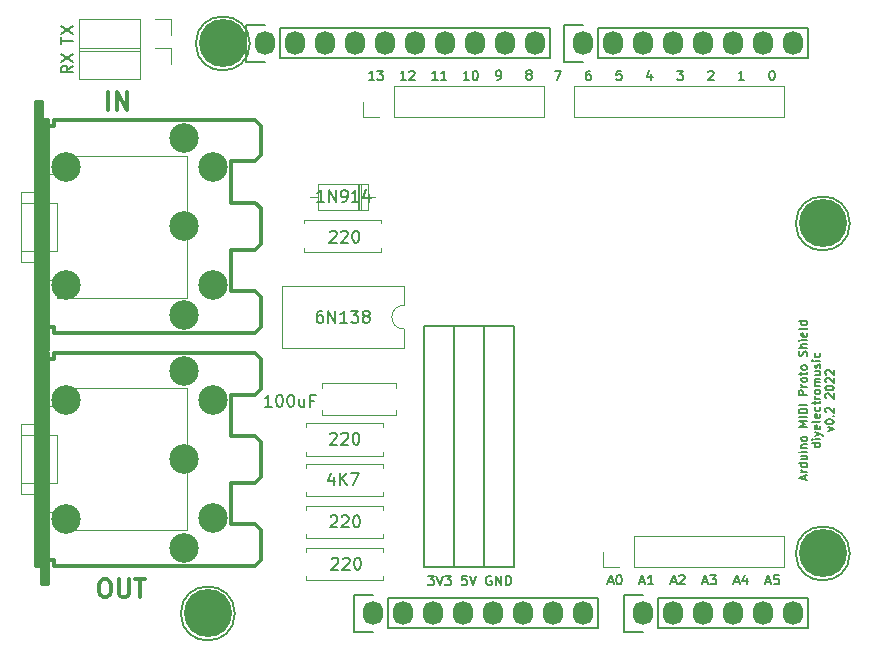
<source format=gbr>
%TF.GenerationSoftware,KiCad,Pcbnew,(6.0.5)*%
%TF.CreationDate,2022-11-15T09:33:25+00:00*%
%TF.ProjectId,ArduinoMIDIProtoShield,41726475-696e-46f4-9d49-444950726f74,rev?*%
%TF.SameCoordinates,Original*%
%TF.FileFunction,Legend,Top*%
%TF.FilePolarity,Positive*%
%FSLAX46Y46*%
G04 Gerber Fmt 4.6, Leading zero omitted, Abs format (unit mm)*
G04 Created by KiCad (PCBNEW (6.0.5)) date 2022-11-15 09:33:25*
%MOMM*%
%LPD*%
G01*
G04 APERTURE LIST*
%ADD10C,0.150000*%
%ADD11C,0.304800*%
%ADD12C,0.120000*%
%ADD13O,1.727200X2.032000*%
%ADD14C,4.064000*%
%ADD15C,2.499360*%
G04 APERTURE END LIST*
D10*
X143256000Y-119913400D02*
X145846800Y-119913400D01*
X145846800Y-119913400D02*
X145846800Y-99491800D01*
X145846800Y-99491800D02*
X143256000Y-99491800D01*
X143256000Y-99491800D02*
X143256000Y-119913400D01*
X145821400Y-119913400D02*
X148361400Y-119913400D01*
X148361400Y-119913400D02*
X148361400Y-99491800D01*
X148361400Y-99491800D02*
X145821400Y-99491800D01*
X145821400Y-99491800D02*
X145821400Y-119913400D01*
X148361400Y-119913400D02*
X150901400Y-119913400D01*
X150901400Y-119913400D02*
X150901400Y-99491800D01*
X150901400Y-99491800D02*
X148361400Y-99491800D01*
X148361400Y-99491800D02*
X148361400Y-119913400D01*
X158877904Y-121138933D02*
X159258857Y-121138933D01*
X158801714Y-121367504D02*
X159068380Y-120567504D01*
X159335047Y-121367504D01*
X159754095Y-120567504D02*
X159830285Y-120567504D01*
X159906476Y-120605600D01*
X159944571Y-120643695D01*
X159982666Y-120719885D01*
X160020761Y-120872266D01*
X160020761Y-121062742D01*
X159982666Y-121215123D01*
X159944571Y-121291314D01*
X159906476Y-121329409D01*
X159830285Y-121367504D01*
X159754095Y-121367504D01*
X159677904Y-121329409D01*
X159639809Y-121291314D01*
X159601714Y-121215123D01*
X159563619Y-121062742D01*
X159563619Y-120872266D01*
X159601714Y-120719885D01*
X159639809Y-120643695D01*
X159677904Y-120605600D01*
X159754095Y-120567504D01*
X161544571Y-121138933D02*
X161925523Y-121138933D01*
X161468380Y-121367504D02*
X161735047Y-120567504D01*
X162001714Y-121367504D01*
X162687428Y-121367504D02*
X162230285Y-121367504D01*
X162458857Y-121367504D02*
X162458857Y-120567504D01*
X162382666Y-120681790D01*
X162306476Y-120757980D01*
X162230285Y-120796076D01*
X164211238Y-121138933D02*
X164592190Y-121138933D01*
X164135047Y-121367504D02*
X164401714Y-120567504D01*
X164668380Y-121367504D01*
X164896952Y-120643695D02*
X164935047Y-120605600D01*
X165011238Y-120567504D01*
X165201714Y-120567504D01*
X165277904Y-120605600D01*
X165316000Y-120643695D01*
X165354095Y-120719885D01*
X165354095Y-120796076D01*
X165316000Y-120910361D01*
X164858857Y-121367504D01*
X165354095Y-121367504D01*
X166877904Y-121138933D02*
X167258857Y-121138933D01*
X166801714Y-121367504D02*
X167068380Y-120567504D01*
X167335047Y-121367504D01*
X167525523Y-120567504D02*
X168020761Y-120567504D01*
X167754095Y-120872266D01*
X167868380Y-120872266D01*
X167944571Y-120910361D01*
X167982666Y-120948457D01*
X168020761Y-121024647D01*
X168020761Y-121215123D01*
X167982666Y-121291314D01*
X167944571Y-121329409D01*
X167868380Y-121367504D01*
X167639809Y-121367504D01*
X167563619Y-121329409D01*
X167525523Y-121291314D01*
X169544571Y-121138933D02*
X169925523Y-121138933D01*
X169468380Y-121367504D02*
X169735047Y-120567504D01*
X170001714Y-121367504D01*
X170611238Y-120834171D02*
X170611238Y-121367504D01*
X170420761Y-120529409D02*
X170230285Y-121100838D01*
X170725523Y-121100838D01*
X172211238Y-121138933D02*
X172592190Y-121138933D01*
X172135047Y-121367504D02*
X172401714Y-120567504D01*
X172668380Y-121367504D01*
X173316000Y-120567504D02*
X172935047Y-120567504D01*
X172896952Y-120948457D01*
X172935047Y-120910361D01*
X173011238Y-120872266D01*
X173201714Y-120872266D01*
X173277904Y-120910361D01*
X173316000Y-120948457D01*
X173354095Y-121024647D01*
X173354095Y-121215123D01*
X173316000Y-121291314D01*
X173277904Y-121329409D01*
X173201714Y-121367504D01*
X173011238Y-121367504D01*
X172935047Y-121329409D01*
X172896952Y-121291314D01*
X154344266Y-77870104D02*
X154877600Y-77870104D01*
X154534742Y-78670104D01*
X157353790Y-77870104D02*
X157201409Y-77870104D01*
X157125219Y-77908200D01*
X157087123Y-77946295D01*
X157010933Y-78060580D01*
X156972838Y-78212961D01*
X156972838Y-78517723D01*
X157010933Y-78593914D01*
X157049028Y-78632009D01*
X157125219Y-78670104D01*
X157277600Y-78670104D01*
X157353790Y-78632009D01*
X157391885Y-78593914D01*
X157429980Y-78517723D01*
X157429980Y-78327247D01*
X157391885Y-78251057D01*
X157353790Y-78212961D01*
X157277600Y-78174866D01*
X157125219Y-78174866D01*
X157049028Y-78212961D01*
X157010933Y-78251057D01*
X156972838Y-78327247D01*
X159982361Y-77870104D02*
X159601409Y-77870104D01*
X159563314Y-78251057D01*
X159601409Y-78212961D01*
X159677600Y-78174866D01*
X159868076Y-78174866D01*
X159944266Y-78212961D01*
X159982361Y-78251057D01*
X160020457Y-78327247D01*
X160020457Y-78517723D01*
X159982361Y-78593914D01*
X159944266Y-78632009D01*
X159868076Y-78670104D01*
X159677600Y-78670104D01*
X159601409Y-78632009D01*
X159563314Y-78593914D01*
X162534742Y-78136771D02*
X162534742Y-78670104D01*
X162344266Y-77832009D02*
X162153790Y-78403438D01*
X162649028Y-78403438D01*
X164706171Y-77870104D02*
X165201409Y-77870104D01*
X164934742Y-78174866D01*
X165049028Y-78174866D01*
X165125219Y-78212961D01*
X165163314Y-78251057D01*
X165201409Y-78327247D01*
X165201409Y-78517723D01*
X165163314Y-78593914D01*
X165125219Y-78632009D01*
X165049028Y-78670104D01*
X164820457Y-78670104D01*
X164744266Y-78632009D01*
X164706171Y-78593914D01*
X167334742Y-77946295D02*
X167372838Y-77908200D01*
X167449028Y-77870104D01*
X167639504Y-77870104D01*
X167715695Y-77908200D01*
X167753790Y-77946295D01*
X167791885Y-78022485D01*
X167791885Y-78098676D01*
X167753790Y-78212961D01*
X167296647Y-78670104D01*
X167791885Y-78670104D01*
X170382361Y-78670104D02*
X169925219Y-78670104D01*
X170153790Y-78670104D02*
X170153790Y-77870104D01*
X170077600Y-77984390D01*
X170001409Y-78060580D01*
X169925219Y-78098676D01*
X172706171Y-77870104D02*
X172782361Y-77870104D01*
X172858552Y-77908200D01*
X172896647Y-77946295D01*
X172934742Y-78022485D01*
X172972838Y-78174866D01*
X172972838Y-78365342D01*
X172934742Y-78517723D01*
X172896647Y-78593914D01*
X172858552Y-78632009D01*
X172782361Y-78670104D01*
X172706171Y-78670104D01*
X172629980Y-78632009D01*
X172591885Y-78593914D01*
X172553790Y-78517723D01*
X172515695Y-78365342D01*
X172515695Y-78174866D01*
X172553790Y-78022485D01*
X172591885Y-77946295D01*
X172629980Y-77908200D01*
X172706171Y-77870104D01*
X139070600Y-78670104D02*
X138624885Y-78670104D01*
X138847742Y-78670104D02*
X138847742Y-77870104D01*
X138773457Y-77984390D01*
X138699171Y-78060580D01*
X138624885Y-78098676D01*
X139330600Y-77870104D02*
X139813457Y-77870104D01*
X139553457Y-78174866D01*
X139664885Y-78174866D01*
X139739171Y-78212961D01*
X139776314Y-78251057D01*
X139813457Y-78327247D01*
X139813457Y-78517723D01*
X139776314Y-78593914D01*
X139739171Y-78632009D01*
X139664885Y-78670104D01*
X139442028Y-78670104D01*
X139367742Y-78632009D01*
X139330600Y-78593914D01*
X141744885Y-78670104D02*
X141299171Y-78670104D01*
X141522028Y-78670104D02*
X141522028Y-77870104D01*
X141447742Y-77984390D01*
X141373457Y-78060580D01*
X141299171Y-78098676D01*
X142042028Y-77946295D02*
X142079171Y-77908200D01*
X142153457Y-77870104D01*
X142339171Y-77870104D01*
X142413457Y-77908200D01*
X142450600Y-77946295D01*
X142487742Y-78022485D01*
X142487742Y-78098676D01*
X142450600Y-78212961D01*
X142004885Y-78670104D01*
X142487742Y-78670104D01*
X144419171Y-78670104D02*
X143973457Y-78670104D01*
X144196314Y-78670104D02*
X144196314Y-77870104D01*
X144122028Y-77984390D01*
X144047742Y-78060580D01*
X143973457Y-78098676D01*
X145162028Y-78670104D02*
X144716314Y-78670104D01*
X144939171Y-78670104D02*
X144939171Y-77870104D01*
X144864885Y-77984390D01*
X144790600Y-78060580D01*
X144716314Y-78098676D01*
X147093457Y-78670104D02*
X146647742Y-78670104D01*
X146870600Y-78670104D02*
X146870600Y-77870104D01*
X146796314Y-77984390D01*
X146722028Y-78060580D01*
X146647742Y-78098676D01*
X147576314Y-77870104D02*
X147650600Y-77870104D01*
X147724885Y-77908200D01*
X147762028Y-77946295D01*
X147799171Y-78022485D01*
X147836314Y-78174866D01*
X147836314Y-78365342D01*
X147799171Y-78517723D01*
X147762028Y-78593914D01*
X147724885Y-78632009D01*
X147650600Y-78670104D01*
X147576314Y-78670104D01*
X147502028Y-78632009D01*
X147464885Y-78593914D01*
X147427742Y-78517723D01*
X147390600Y-78365342D01*
X147390600Y-78174866D01*
X147427742Y-78022485D01*
X147464885Y-77946295D01*
X147502028Y-77908200D01*
X147576314Y-77870104D01*
X143599342Y-120643704D02*
X144094580Y-120643704D01*
X143827914Y-120948466D01*
X143942200Y-120948466D01*
X144018390Y-120986561D01*
X144056485Y-121024657D01*
X144094580Y-121100847D01*
X144094580Y-121291323D01*
X144056485Y-121367514D01*
X144018390Y-121405609D01*
X143942200Y-121443704D01*
X143713628Y-121443704D01*
X143637438Y-121405609D01*
X143599342Y-121367514D01*
X144323152Y-120643704D02*
X144589819Y-121443704D01*
X144856485Y-120643704D01*
X145046961Y-120643704D02*
X145542200Y-120643704D01*
X145275533Y-120948466D01*
X145389819Y-120948466D01*
X145466009Y-120986561D01*
X145504104Y-121024657D01*
X145542200Y-121100847D01*
X145542200Y-121291323D01*
X145504104Y-121367514D01*
X145466009Y-121405609D01*
X145389819Y-121443704D01*
X145161247Y-121443704D01*
X145085057Y-121405609D01*
X145046961Y-121367514D01*
X146875533Y-120643704D02*
X146494580Y-120643704D01*
X146456485Y-121024657D01*
X146494580Y-120986561D01*
X146570771Y-120948466D01*
X146761247Y-120948466D01*
X146837438Y-120986561D01*
X146875533Y-121024657D01*
X146913628Y-121100847D01*
X146913628Y-121291323D01*
X146875533Y-121367514D01*
X146837438Y-121405609D01*
X146761247Y-121443704D01*
X146570771Y-121443704D01*
X146494580Y-121405609D01*
X146456485Y-121367514D01*
X147142200Y-120643704D02*
X147408866Y-121443704D01*
X147675533Y-120643704D01*
X148970771Y-120681800D02*
X148894580Y-120643704D01*
X148780295Y-120643704D01*
X148666009Y-120681800D01*
X148589819Y-120757990D01*
X148551723Y-120834180D01*
X148513628Y-120986561D01*
X148513628Y-121100847D01*
X148551723Y-121253228D01*
X148589819Y-121329419D01*
X148666009Y-121405609D01*
X148780295Y-121443704D01*
X148856485Y-121443704D01*
X148970771Y-121405609D01*
X149008866Y-121367514D01*
X149008866Y-121100847D01*
X148856485Y-121100847D01*
X149351723Y-121443704D02*
X149351723Y-120643704D01*
X149808866Y-121443704D01*
X149808866Y-120643704D01*
X150189819Y-121443704D02*
X150189819Y-120643704D01*
X150380295Y-120643704D01*
X150494580Y-120681800D01*
X150570771Y-120757990D01*
X150608866Y-120834180D01*
X150646961Y-120986561D01*
X150646961Y-121100847D01*
X150608866Y-121253228D01*
X150570771Y-121329419D01*
X150494580Y-121405609D01*
X150380295Y-121443704D01*
X150189819Y-121443704D01*
X149428380Y-78644704D02*
X149580761Y-78644704D01*
X149656952Y-78606609D01*
X149695047Y-78568514D01*
X149771238Y-78454228D01*
X149809333Y-78301847D01*
X149809333Y-77997085D01*
X149771238Y-77920895D01*
X149733142Y-77882800D01*
X149656952Y-77844704D01*
X149504571Y-77844704D01*
X149428380Y-77882800D01*
X149390285Y-77920895D01*
X149352190Y-77997085D01*
X149352190Y-78187561D01*
X149390285Y-78263752D01*
X149428380Y-78301847D01*
X149504571Y-78339942D01*
X149656952Y-78339942D01*
X149733142Y-78301847D01*
X149771238Y-78263752D01*
X149809333Y-78187561D01*
X152095047Y-78187561D02*
X152018857Y-78149466D01*
X151980761Y-78111371D01*
X151942666Y-78035180D01*
X151942666Y-77997085D01*
X151980761Y-77920895D01*
X152018857Y-77882800D01*
X152095047Y-77844704D01*
X152247428Y-77844704D01*
X152323619Y-77882800D01*
X152361714Y-77920895D01*
X152399809Y-77997085D01*
X152399809Y-78035180D01*
X152361714Y-78111371D01*
X152323619Y-78149466D01*
X152247428Y-78187561D01*
X152095047Y-78187561D01*
X152018857Y-78225657D01*
X151980761Y-78263752D01*
X151942666Y-78339942D01*
X151942666Y-78492323D01*
X151980761Y-78568514D01*
X152018857Y-78606609D01*
X152095047Y-78644704D01*
X152247428Y-78644704D01*
X152323619Y-78606609D01*
X152361714Y-78568514D01*
X152399809Y-78492323D01*
X152399809Y-78339942D01*
X152361714Y-78263752D01*
X152323619Y-78225657D01*
X152247428Y-78187561D01*
X175494266Y-112482266D02*
X175494266Y-112148933D01*
X175694266Y-112548933D02*
X174994266Y-112315600D01*
X175694266Y-112082266D01*
X175694266Y-111848933D02*
X175227600Y-111848933D01*
X175360933Y-111848933D02*
X175294266Y-111815600D01*
X175260933Y-111782266D01*
X175227600Y-111715600D01*
X175227600Y-111648933D01*
X175694266Y-111115600D02*
X174994266Y-111115600D01*
X175660933Y-111115600D02*
X175694266Y-111182266D01*
X175694266Y-111315600D01*
X175660933Y-111382266D01*
X175627600Y-111415600D01*
X175560933Y-111448933D01*
X175360933Y-111448933D01*
X175294266Y-111415600D01*
X175260933Y-111382266D01*
X175227600Y-111315600D01*
X175227600Y-111182266D01*
X175260933Y-111115600D01*
X175227600Y-110482266D02*
X175694266Y-110482266D01*
X175227600Y-110782266D02*
X175594266Y-110782266D01*
X175660933Y-110748933D01*
X175694266Y-110682266D01*
X175694266Y-110582266D01*
X175660933Y-110515600D01*
X175627600Y-110482266D01*
X175694266Y-110148933D02*
X175227600Y-110148933D01*
X174994266Y-110148933D02*
X175027600Y-110182266D01*
X175060933Y-110148933D01*
X175027600Y-110115600D01*
X174994266Y-110148933D01*
X175060933Y-110148933D01*
X175227600Y-109815600D02*
X175694266Y-109815600D01*
X175294266Y-109815600D02*
X175260933Y-109782266D01*
X175227600Y-109715600D01*
X175227600Y-109615600D01*
X175260933Y-109548933D01*
X175327600Y-109515600D01*
X175694266Y-109515600D01*
X175694266Y-109082266D02*
X175660933Y-109148933D01*
X175627600Y-109182266D01*
X175560933Y-109215600D01*
X175360933Y-109215600D01*
X175294266Y-109182266D01*
X175260933Y-109148933D01*
X175227600Y-109082266D01*
X175227600Y-108982266D01*
X175260933Y-108915600D01*
X175294266Y-108882266D01*
X175360933Y-108848933D01*
X175560933Y-108848933D01*
X175627600Y-108882266D01*
X175660933Y-108915600D01*
X175694266Y-108982266D01*
X175694266Y-109082266D01*
X175694266Y-108015600D02*
X174994266Y-108015600D01*
X175494266Y-107782266D01*
X174994266Y-107548933D01*
X175694266Y-107548933D01*
X175694266Y-107215600D02*
X174994266Y-107215600D01*
X175694266Y-106882266D02*
X174994266Y-106882266D01*
X174994266Y-106715600D01*
X175027600Y-106615600D01*
X175094266Y-106548933D01*
X175160933Y-106515600D01*
X175294266Y-106482266D01*
X175394266Y-106482266D01*
X175527600Y-106515600D01*
X175594266Y-106548933D01*
X175660933Y-106615600D01*
X175694266Y-106715600D01*
X175694266Y-106882266D01*
X175694266Y-106182266D02*
X174994266Y-106182266D01*
X175694266Y-105315600D02*
X174994266Y-105315600D01*
X174994266Y-105048933D01*
X175027600Y-104982266D01*
X175060933Y-104948933D01*
X175127600Y-104915600D01*
X175227600Y-104915600D01*
X175294266Y-104948933D01*
X175327600Y-104982266D01*
X175360933Y-105048933D01*
X175360933Y-105315600D01*
X175694266Y-104615600D02*
X175227600Y-104615600D01*
X175360933Y-104615600D02*
X175294266Y-104582266D01*
X175260933Y-104548933D01*
X175227600Y-104482266D01*
X175227600Y-104415600D01*
X175694266Y-104082266D02*
X175660933Y-104148933D01*
X175627600Y-104182266D01*
X175560933Y-104215600D01*
X175360933Y-104215600D01*
X175294266Y-104182266D01*
X175260933Y-104148933D01*
X175227600Y-104082266D01*
X175227600Y-103982266D01*
X175260933Y-103915600D01*
X175294266Y-103882266D01*
X175360933Y-103848933D01*
X175560933Y-103848933D01*
X175627600Y-103882266D01*
X175660933Y-103915600D01*
X175694266Y-103982266D01*
X175694266Y-104082266D01*
X175227600Y-103648933D02*
X175227600Y-103382266D01*
X174994266Y-103548933D02*
X175594266Y-103548933D01*
X175660933Y-103515600D01*
X175694266Y-103448933D01*
X175694266Y-103382266D01*
X175694266Y-103048933D02*
X175660933Y-103115600D01*
X175627600Y-103148933D01*
X175560933Y-103182266D01*
X175360933Y-103182266D01*
X175294266Y-103148933D01*
X175260933Y-103115600D01*
X175227600Y-103048933D01*
X175227600Y-102948933D01*
X175260933Y-102882266D01*
X175294266Y-102848933D01*
X175360933Y-102815600D01*
X175560933Y-102815600D01*
X175627600Y-102848933D01*
X175660933Y-102882266D01*
X175694266Y-102948933D01*
X175694266Y-103048933D01*
X175660933Y-102015600D02*
X175694266Y-101915600D01*
X175694266Y-101748933D01*
X175660933Y-101682266D01*
X175627600Y-101648933D01*
X175560933Y-101615600D01*
X175494266Y-101615600D01*
X175427600Y-101648933D01*
X175394266Y-101682266D01*
X175360933Y-101748933D01*
X175327600Y-101882266D01*
X175294266Y-101948933D01*
X175260933Y-101982266D01*
X175194266Y-102015600D01*
X175127600Y-102015600D01*
X175060933Y-101982266D01*
X175027600Y-101948933D01*
X174994266Y-101882266D01*
X174994266Y-101715600D01*
X175027600Y-101615600D01*
X175694266Y-101315600D02*
X174994266Y-101315600D01*
X175694266Y-101015600D02*
X175327600Y-101015600D01*
X175260933Y-101048933D01*
X175227600Y-101115600D01*
X175227600Y-101215600D01*
X175260933Y-101282266D01*
X175294266Y-101315600D01*
X175694266Y-100682266D02*
X175227600Y-100682266D01*
X174994266Y-100682266D02*
X175027600Y-100715600D01*
X175060933Y-100682266D01*
X175027600Y-100648933D01*
X174994266Y-100682266D01*
X175060933Y-100682266D01*
X175660933Y-100082266D02*
X175694266Y-100148933D01*
X175694266Y-100282266D01*
X175660933Y-100348933D01*
X175594266Y-100382266D01*
X175327600Y-100382266D01*
X175260933Y-100348933D01*
X175227600Y-100282266D01*
X175227600Y-100148933D01*
X175260933Y-100082266D01*
X175327600Y-100048933D01*
X175394266Y-100048933D01*
X175460933Y-100382266D01*
X175694266Y-99648933D02*
X175660933Y-99715600D01*
X175594266Y-99748933D01*
X174994266Y-99748933D01*
X175694266Y-99082266D02*
X174994266Y-99082266D01*
X175660933Y-99082266D02*
X175694266Y-99148933D01*
X175694266Y-99282266D01*
X175660933Y-99348933D01*
X175627600Y-99382266D01*
X175560933Y-99415600D01*
X175360933Y-99415600D01*
X175294266Y-99382266D01*
X175260933Y-99348933D01*
X175227600Y-99282266D01*
X175227600Y-99148933D01*
X175260933Y-99082266D01*
X176821266Y-109398933D02*
X176121266Y-109398933D01*
X176787933Y-109398933D02*
X176821266Y-109465600D01*
X176821266Y-109598933D01*
X176787933Y-109665600D01*
X176754600Y-109698933D01*
X176687933Y-109732266D01*
X176487933Y-109732266D01*
X176421266Y-109698933D01*
X176387933Y-109665600D01*
X176354600Y-109598933D01*
X176354600Y-109465600D01*
X176387933Y-109398933D01*
X176821266Y-109065600D02*
X176354600Y-109065600D01*
X176121266Y-109065600D02*
X176154600Y-109098933D01*
X176187933Y-109065600D01*
X176154600Y-109032266D01*
X176121266Y-109065600D01*
X176187933Y-109065600D01*
X176354600Y-108798933D02*
X176821266Y-108632266D01*
X176354600Y-108465600D02*
X176821266Y-108632266D01*
X176987933Y-108698933D01*
X177021266Y-108732266D01*
X177054600Y-108798933D01*
X176787933Y-107932266D02*
X176821266Y-107998933D01*
X176821266Y-108132266D01*
X176787933Y-108198933D01*
X176721266Y-108232266D01*
X176454600Y-108232266D01*
X176387933Y-108198933D01*
X176354600Y-108132266D01*
X176354600Y-107998933D01*
X176387933Y-107932266D01*
X176454600Y-107898933D01*
X176521266Y-107898933D01*
X176587933Y-108232266D01*
X176821266Y-107498933D02*
X176787933Y-107565600D01*
X176721266Y-107598933D01*
X176121266Y-107598933D01*
X176787933Y-106965600D02*
X176821266Y-107032266D01*
X176821266Y-107165600D01*
X176787933Y-107232266D01*
X176721266Y-107265600D01*
X176454600Y-107265600D01*
X176387933Y-107232266D01*
X176354600Y-107165600D01*
X176354600Y-107032266D01*
X176387933Y-106965600D01*
X176454600Y-106932266D01*
X176521266Y-106932266D01*
X176587933Y-107265600D01*
X176787933Y-106332266D02*
X176821266Y-106398933D01*
X176821266Y-106532266D01*
X176787933Y-106598933D01*
X176754600Y-106632266D01*
X176687933Y-106665600D01*
X176487933Y-106665600D01*
X176421266Y-106632266D01*
X176387933Y-106598933D01*
X176354600Y-106532266D01*
X176354600Y-106398933D01*
X176387933Y-106332266D01*
X176354600Y-106132266D02*
X176354600Y-105865600D01*
X176121266Y-106032266D02*
X176721266Y-106032266D01*
X176787933Y-105998933D01*
X176821266Y-105932266D01*
X176821266Y-105865600D01*
X176821266Y-105632266D02*
X176354600Y-105632266D01*
X176487933Y-105632266D02*
X176421266Y-105598933D01*
X176387933Y-105565600D01*
X176354600Y-105498933D01*
X176354600Y-105432266D01*
X176821266Y-105098933D02*
X176787933Y-105165600D01*
X176754600Y-105198933D01*
X176687933Y-105232266D01*
X176487933Y-105232266D01*
X176421266Y-105198933D01*
X176387933Y-105165600D01*
X176354600Y-105098933D01*
X176354600Y-104998933D01*
X176387933Y-104932266D01*
X176421266Y-104898933D01*
X176487933Y-104865600D01*
X176687933Y-104865600D01*
X176754600Y-104898933D01*
X176787933Y-104932266D01*
X176821266Y-104998933D01*
X176821266Y-105098933D01*
X176821266Y-104565600D02*
X176354600Y-104565600D01*
X176421266Y-104565600D02*
X176387933Y-104532266D01*
X176354600Y-104465600D01*
X176354600Y-104365600D01*
X176387933Y-104298933D01*
X176454600Y-104265600D01*
X176821266Y-104265600D01*
X176454600Y-104265600D02*
X176387933Y-104232266D01*
X176354600Y-104165600D01*
X176354600Y-104065600D01*
X176387933Y-103998933D01*
X176454600Y-103965600D01*
X176821266Y-103965600D01*
X176354600Y-103332266D02*
X176821266Y-103332266D01*
X176354600Y-103632266D02*
X176721266Y-103632266D01*
X176787933Y-103598933D01*
X176821266Y-103532266D01*
X176821266Y-103432266D01*
X176787933Y-103365600D01*
X176754600Y-103332266D01*
X176787933Y-103032266D02*
X176821266Y-102965600D01*
X176821266Y-102832266D01*
X176787933Y-102765600D01*
X176721266Y-102732266D01*
X176687933Y-102732266D01*
X176621266Y-102765600D01*
X176587933Y-102832266D01*
X176587933Y-102932266D01*
X176554600Y-102998933D01*
X176487933Y-103032266D01*
X176454600Y-103032266D01*
X176387933Y-102998933D01*
X176354600Y-102932266D01*
X176354600Y-102832266D01*
X176387933Y-102765600D01*
X176821266Y-102432266D02*
X176354600Y-102432266D01*
X176121266Y-102432266D02*
X176154600Y-102465600D01*
X176187933Y-102432266D01*
X176154600Y-102398933D01*
X176121266Y-102432266D01*
X176187933Y-102432266D01*
X176787933Y-101798933D02*
X176821266Y-101865600D01*
X176821266Y-101998933D01*
X176787933Y-102065600D01*
X176754600Y-102098933D01*
X176687933Y-102132266D01*
X176487933Y-102132266D01*
X176421266Y-102098933D01*
X176387933Y-102065600D01*
X176354600Y-101998933D01*
X176354600Y-101865600D01*
X176387933Y-101798933D01*
X177481600Y-108365600D02*
X177948266Y-108198933D01*
X177481600Y-108032266D01*
X177248266Y-107632266D02*
X177248266Y-107565600D01*
X177281600Y-107498933D01*
X177314933Y-107465600D01*
X177381600Y-107432266D01*
X177514933Y-107398933D01*
X177681600Y-107398933D01*
X177814933Y-107432266D01*
X177881600Y-107465600D01*
X177914933Y-107498933D01*
X177948266Y-107565600D01*
X177948266Y-107632266D01*
X177914933Y-107698933D01*
X177881600Y-107732266D01*
X177814933Y-107765600D01*
X177681600Y-107798933D01*
X177514933Y-107798933D01*
X177381600Y-107765600D01*
X177314933Y-107732266D01*
X177281600Y-107698933D01*
X177248266Y-107632266D01*
X177881600Y-107098933D02*
X177914933Y-107065600D01*
X177948266Y-107098933D01*
X177914933Y-107132266D01*
X177881600Y-107098933D01*
X177948266Y-107098933D01*
X177314933Y-106798933D02*
X177281600Y-106765600D01*
X177248266Y-106698933D01*
X177248266Y-106532266D01*
X177281600Y-106465600D01*
X177314933Y-106432266D01*
X177381600Y-106398933D01*
X177448266Y-106398933D01*
X177548266Y-106432266D01*
X177948266Y-106832266D01*
X177948266Y-106398933D01*
X177314933Y-105598933D02*
X177281600Y-105565600D01*
X177248266Y-105498933D01*
X177248266Y-105332266D01*
X177281600Y-105265600D01*
X177314933Y-105232266D01*
X177381600Y-105198933D01*
X177448266Y-105198933D01*
X177548266Y-105232266D01*
X177948266Y-105632266D01*
X177948266Y-105198933D01*
X177248266Y-104765600D02*
X177248266Y-104698933D01*
X177281600Y-104632266D01*
X177314933Y-104598933D01*
X177381600Y-104565600D01*
X177514933Y-104532266D01*
X177681600Y-104532266D01*
X177814933Y-104565600D01*
X177881600Y-104598933D01*
X177914933Y-104632266D01*
X177948266Y-104698933D01*
X177948266Y-104765600D01*
X177914933Y-104832266D01*
X177881600Y-104865600D01*
X177814933Y-104898933D01*
X177681600Y-104932266D01*
X177514933Y-104932266D01*
X177381600Y-104898933D01*
X177314933Y-104865600D01*
X177281600Y-104832266D01*
X177248266Y-104765600D01*
X177314933Y-104265600D02*
X177281600Y-104232266D01*
X177248266Y-104165600D01*
X177248266Y-103998933D01*
X177281600Y-103932266D01*
X177314933Y-103898933D01*
X177381600Y-103865600D01*
X177448266Y-103865600D01*
X177548266Y-103898933D01*
X177948266Y-104298933D01*
X177948266Y-103865600D01*
X177314933Y-103598933D02*
X177281600Y-103565600D01*
X177248266Y-103498933D01*
X177248266Y-103332266D01*
X177281600Y-103265600D01*
X177314933Y-103232266D01*
X177381600Y-103198933D01*
X177448266Y-103198933D01*
X177548266Y-103232266D01*
X177948266Y-103632266D01*
X177948266Y-103198933D01*
%TO.C,*%
%TO.C,U1*%
X134661495Y-98207580D02*
X134471019Y-98207580D01*
X134375780Y-98255200D01*
X134328161Y-98302819D01*
X134232923Y-98445676D01*
X134185304Y-98636152D01*
X134185304Y-99017104D01*
X134232923Y-99112342D01*
X134280542Y-99159961D01*
X134375780Y-99207580D01*
X134566257Y-99207580D01*
X134661495Y-99159961D01*
X134709114Y-99112342D01*
X134756733Y-99017104D01*
X134756733Y-98779009D01*
X134709114Y-98683771D01*
X134661495Y-98636152D01*
X134566257Y-98588533D01*
X134375780Y-98588533D01*
X134280542Y-98636152D01*
X134232923Y-98683771D01*
X134185304Y-98779009D01*
X135185304Y-99207580D02*
X135185304Y-98207580D01*
X135756733Y-99207580D01*
X135756733Y-98207580D01*
X136756733Y-99207580D02*
X136185304Y-99207580D01*
X136471019Y-99207580D02*
X136471019Y-98207580D01*
X136375780Y-98350438D01*
X136280542Y-98445676D01*
X136185304Y-98493295D01*
X137090066Y-98207580D02*
X137709114Y-98207580D01*
X137375780Y-98588533D01*
X137518638Y-98588533D01*
X137613876Y-98636152D01*
X137661495Y-98683771D01*
X137709114Y-98779009D01*
X137709114Y-99017104D01*
X137661495Y-99112342D01*
X137613876Y-99159961D01*
X137518638Y-99207580D01*
X137232923Y-99207580D01*
X137137685Y-99159961D01*
X137090066Y-99112342D01*
X138280542Y-98636152D02*
X138185304Y-98588533D01*
X138137685Y-98540914D01*
X138090066Y-98445676D01*
X138090066Y-98398057D01*
X138137685Y-98302819D01*
X138185304Y-98255200D01*
X138280542Y-98207580D01*
X138471019Y-98207580D01*
X138566257Y-98255200D01*
X138613876Y-98302819D01*
X138661495Y-98398057D01*
X138661495Y-98445676D01*
X138613876Y-98540914D01*
X138566257Y-98588533D01*
X138471019Y-98636152D01*
X138280542Y-98636152D01*
X138185304Y-98683771D01*
X138137685Y-98731390D01*
X138090066Y-98826628D01*
X138090066Y-99017104D01*
X138137685Y-99112342D01*
X138185304Y-99159961D01*
X138280542Y-99207580D01*
X138471019Y-99207580D01*
X138566257Y-99159961D01*
X138613876Y-99112342D01*
X138661495Y-99017104D01*
X138661495Y-98826628D01*
X138613876Y-98731390D01*
X138566257Y-98683771D01*
X138471019Y-98636152D01*
%TO.C,*%
%TO.C,R3*%
X135312304Y-91521019D02*
X135359923Y-91473400D01*
X135455161Y-91425780D01*
X135693257Y-91425780D01*
X135788495Y-91473400D01*
X135836114Y-91521019D01*
X135883733Y-91616257D01*
X135883733Y-91711495D01*
X135836114Y-91854352D01*
X135264685Y-92425780D01*
X135883733Y-92425780D01*
X136264685Y-91521019D02*
X136312304Y-91473400D01*
X136407542Y-91425780D01*
X136645638Y-91425780D01*
X136740876Y-91473400D01*
X136788495Y-91521019D01*
X136836114Y-91616257D01*
X136836114Y-91711495D01*
X136788495Y-91854352D01*
X136217066Y-92425780D01*
X136836114Y-92425780D01*
X137455161Y-91425780D02*
X137550400Y-91425780D01*
X137645638Y-91473400D01*
X137693257Y-91521019D01*
X137740876Y-91616257D01*
X137788495Y-91806733D01*
X137788495Y-92044828D01*
X137740876Y-92235304D01*
X137693257Y-92330542D01*
X137645638Y-92378161D01*
X137550400Y-92425780D01*
X137455161Y-92425780D01*
X137359923Y-92378161D01*
X137312304Y-92330542D01*
X137264685Y-92235304D01*
X137217066Y-92044828D01*
X137217066Y-91806733D01*
X137264685Y-91616257D01*
X137312304Y-91521019D01*
X137359923Y-91473400D01*
X137455161Y-91425780D01*
%TO.C,*%
%TO.C,R5*%
X135337704Y-108615219D02*
X135385323Y-108567600D01*
X135480561Y-108519980D01*
X135718657Y-108519980D01*
X135813895Y-108567600D01*
X135861514Y-108615219D01*
X135909133Y-108710457D01*
X135909133Y-108805695D01*
X135861514Y-108948552D01*
X135290085Y-109519980D01*
X135909133Y-109519980D01*
X136290085Y-108615219D02*
X136337704Y-108567600D01*
X136432942Y-108519980D01*
X136671038Y-108519980D01*
X136766276Y-108567600D01*
X136813895Y-108615219D01*
X136861514Y-108710457D01*
X136861514Y-108805695D01*
X136813895Y-108948552D01*
X136242466Y-109519980D01*
X136861514Y-109519980D01*
X137480561Y-108519980D02*
X137575800Y-108519980D01*
X137671038Y-108567600D01*
X137718657Y-108615219D01*
X137766276Y-108710457D01*
X137813895Y-108900933D01*
X137813895Y-109139028D01*
X137766276Y-109329504D01*
X137718657Y-109424742D01*
X137671038Y-109472361D01*
X137575800Y-109519980D01*
X137480561Y-109519980D01*
X137385323Y-109472361D01*
X137337704Y-109424742D01*
X137290085Y-109329504D01*
X137242466Y-109139028D01*
X137242466Y-108900933D01*
X137290085Y-108710457D01*
X137337704Y-108615219D01*
X137385323Y-108567600D01*
X137480561Y-108519980D01*
%TO.C,*%
%TO.C,D1*%
X134807533Y-88971380D02*
X134236104Y-88971380D01*
X134521819Y-88971380D02*
X134521819Y-87971380D01*
X134426580Y-88114238D01*
X134331342Y-88209476D01*
X134236104Y-88257095D01*
X135236104Y-88971380D02*
X135236104Y-87971380D01*
X135807533Y-88971380D01*
X135807533Y-87971380D01*
X136331342Y-88971380D02*
X136521819Y-88971380D01*
X136617057Y-88923761D01*
X136664676Y-88876142D01*
X136759914Y-88733285D01*
X136807533Y-88542809D01*
X136807533Y-88161857D01*
X136759914Y-88066619D01*
X136712295Y-88019000D01*
X136617057Y-87971380D01*
X136426580Y-87971380D01*
X136331342Y-88019000D01*
X136283723Y-88066619D01*
X136236104Y-88161857D01*
X136236104Y-88399952D01*
X136283723Y-88495190D01*
X136331342Y-88542809D01*
X136426580Y-88590428D01*
X136617057Y-88590428D01*
X136712295Y-88542809D01*
X136759914Y-88495190D01*
X136807533Y-88399952D01*
X137759914Y-88971380D02*
X137188485Y-88971380D01*
X137474200Y-88971380D02*
X137474200Y-87971380D01*
X137378961Y-88114238D01*
X137283723Y-88209476D01*
X137188485Y-88257095D01*
X138617057Y-88304714D02*
X138617057Y-88971380D01*
X138378961Y-87923761D02*
X138140866Y-88638047D01*
X138759914Y-88638047D01*
%TO.C,*%
%TO.C,R4*%
X135637685Y-112307714D02*
X135637685Y-112974380D01*
X135399590Y-111926761D02*
X135161495Y-112641047D01*
X135780542Y-112641047D01*
X136161495Y-112974380D02*
X136161495Y-111974380D01*
X136732923Y-112974380D02*
X136304352Y-112402952D01*
X136732923Y-111974380D02*
X136161495Y-112545809D01*
X137066257Y-111974380D02*
X137732923Y-111974380D01*
X137304352Y-112974380D01*
%TO.C,*%
%TO.C,C1*%
X130379980Y-106319580D02*
X129808552Y-106319580D01*
X130094266Y-106319580D02*
X130094266Y-105319580D01*
X129999028Y-105462438D01*
X129903790Y-105557676D01*
X129808552Y-105605295D01*
X130999028Y-105319580D02*
X131094266Y-105319580D01*
X131189504Y-105367200D01*
X131237123Y-105414819D01*
X131284742Y-105510057D01*
X131332361Y-105700533D01*
X131332361Y-105938628D01*
X131284742Y-106129104D01*
X131237123Y-106224342D01*
X131189504Y-106271961D01*
X131094266Y-106319580D01*
X130999028Y-106319580D01*
X130903790Y-106271961D01*
X130856171Y-106224342D01*
X130808552Y-106129104D01*
X130760933Y-105938628D01*
X130760933Y-105700533D01*
X130808552Y-105510057D01*
X130856171Y-105414819D01*
X130903790Y-105367200D01*
X130999028Y-105319580D01*
X131951409Y-105319580D02*
X132046647Y-105319580D01*
X132141885Y-105367200D01*
X132189504Y-105414819D01*
X132237123Y-105510057D01*
X132284742Y-105700533D01*
X132284742Y-105938628D01*
X132237123Y-106129104D01*
X132189504Y-106224342D01*
X132141885Y-106271961D01*
X132046647Y-106319580D01*
X131951409Y-106319580D01*
X131856171Y-106271961D01*
X131808552Y-106224342D01*
X131760933Y-106129104D01*
X131713314Y-105938628D01*
X131713314Y-105700533D01*
X131760933Y-105510057D01*
X131808552Y-105414819D01*
X131856171Y-105367200D01*
X131951409Y-105319580D01*
X133141885Y-105652914D02*
X133141885Y-106319580D01*
X132713314Y-105652914D02*
X132713314Y-106176723D01*
X132760933Y-106271961D01*
X132856171Y-106319580D01*
X132999028Y-106319580D01*
X133094266Y-106271961D01*
X133141885Y-106224342D01*
X133951409Y-105795771D02*
X133618076Y-105795771D01*
X133618076Y-106319580D02*
X133618076Y-105319580D01*
X134094266Y-105319580D01*
%TO.C,*%
D11*
%TO.C,IN1*%
X116554714Y-81189428D02*
X116554714Y-79665428D01*
X117280428Y-81189428D02*
X117280428Y-79665428D01*
X118151285Y-81189428D01*
X118151285Y-79665428D01*
D10*
%TO.C,*%
D11*
%TO.C,OUT1*%
X116126000Y-120927428D02*
X116416285Y-120927428D01*
X116561428Y-121000000D01*
X116706571Y-121145142D01*
X116779142Y-121435428D01*
X116779142Y-121943428D01*
X116706571Y-122233714D01*
X116561428Y-122378857D01*
X116416285Y-122451428D01*
X116126000Y-122451428D01*
X115980857Y-122378857D01*
X115835714Y-122233714D01*
X115763142Y-121943428D01*
X115763142Y-121435428D01*
X115835714Y-121145142D01*
X115980857Y-121000000D01*
X116126000Y-120927428D01*
X117432285Y-120927428D02*
X117432285Y-122161142D01*
X117504857Y-122306285D01*
X117577428Y-122378857D01*
X117722571Y-122451428D01*
X118012857Y-122451428D01*
X118158000Y-122378857D01*
X118230571Y-122306285D01*
X118303142Y-122161142D01*
X118303142Y-120927428D01*
X118811142Y-120927428D02*
X119682000Y-120927428D01*
X119246571Y-122451428D02*
X119246571Y-120927428D01*
D10*
%TO.C,*%
%TO.C,R1*%
X135464704Y-119207019D02*
X135512323Y-119159400D01*
X135607561Y-119111780D01*
X135845657Y-119111780D01*
X135940895Y-119159400D01*
X135988514Y-119207019D01*
X136036133Y-119302257D01*
X136036133Y-119397495D01*
X135988514Y-119540352D01*
X135417085Y-120111780D01*
X136036133Y-120111780D01*
X136417085Y-119207019D02*
X136464704Y-119159400D01*
X136559942Y-119111780D01*
X136798038Y-119111780D01*
X136893276Y-119159400D01*
X136940895Y-119207019D01*
X136988514Y-119302257D01*
X136988514Y-119397495D01*
X136940895Y-119540352D01*
X136369466Y-120111780D01*
X136988514Y-120111780D01*
X137607561Y-119111780D02*
X137702800Y-119111780D01*
X137798038Y-119159400D01*
X137845657Y-119207019D01*
X137893276Y-119302257D01*
X137940895Y-119492733D01*
X137940895Y-119730828D01*
X137893276Y-119921304D01*
X137845657Y-120016542D01*
X137798038Y-120064161D01*
X137702800Y-120111780D01*
X137607561Y-120111780D01*
X137512323Y-120064161D01*
X137464704Y-120016542D01*
X137417085Y-119921304D01*
X137369466Y-119730828D01*
X137369466Y-119492733D01*
X137417085Y-119302257D01*
X137464704Y-119207019D01*
X137512323Y-119159400D01*
X137607561Y-119111780D01*
%TO.C,*%
%TO.C,J4*%
X113547380Y-77446666D02*
X113071190Y-77780000D01*
X113547380Y-78018095D02*
X112547380Y-78018095D01*
X112547380Y-77637142D01*
X112595000Y-77541904D01*
X112642619Y-77494285D01*
X112737857Y-77446666D01*
X112880714Y-77446666D01*
X112975952Y-77494285D01*
X113023571Y-77541904D01*
X113071190Y-77637142D01*
X113071190Y-78018095D01*
X112547380Y-77113333D02*
X113547380Y-76446666D01*
X112547380Y-76446666D02*
X113547380Y-77113333D01*
%TO.C,*%
%TO.C,J3*%
X112547380Y-75601904D02*
X112547380Y-75030476D01*
X113547380Y-75316190D02*
X112547380Y-75316190D01*
X112547380Y-74792380D02*
X113547380Y-74125714D01*
X112547380Y-74125714D02*
X113547380Y-74792380D01*
%TO.C,*%
%TO.C,R2*%
X135363104Y-115625619D02*
X135410723Y-115578000D01*
X135505961Y-115530380D01*
X135744057Y-115530380D01*
X135839295Y-115578000D01*
X135886914Y-115625619D01*
X135934533Y-115720857D01*
X135934533Y-115816095D01*
X135886914Y-115958952D01*
X135315485Y-116530380D01*
X135934533Y-116530380D01*
X136315485Y-115625619D02*
X136363104Y-115578000D01*
X136458342Y-115530380D01*
X136696438Y-115530380D01*
X136791676Y-115578000D01*
X136839295Y-115625619D01*
X136886914Y-115720857D01*
X136886914Y-115816095D01*
X136839295Y-115958952D01*
X136267866Y-116530380D01*
X136886914Y-116530380D01*
X137505961Y-115530380D02*
X137601200Y-115530380D01*
X137696438Y-115578000D01*
X137744057Y-115625619D01*
X137791676Y-115720857D01*
X137839295Y-115911333D01*
X137839295Y-116149428D01*
X137791676Y-116339904D01*
X137744057Y-116435142D01*
X137696438Y-116482761D01*
X137601200Y-116530380D01*
X137505961Y-116530380D01*
X137410723Y-116482761D01*
X137363104Y-116435142D01*
X137315485Y-116339904D01*
X137267866Y-116149428D01*
X137267866Y-115911333D01*
X137315485Y-115720857D01*
X137363104Y-115625619D01*
X137410723Y-115578000D01*
X137505961Y-115530380D01*
%TO.C,*%
%TO.C,P1*%
X157988000Y-125095000D02*
X157988000Y-122555000D01*
X140208000Y-125095000D02*
X157988000Y-125095000D01*
X157988000Y-122555000D02*
X140208000Y-122555000D01*
X138938000Y-122275000D02*
X137388000Y-122275000D01*
X137388000Y-122275000D02*
X137388000Y-125375000D01*
X137388000Y-125375000D02*
X138938000Y-125375000D01*
X140208000Y-125095000D02*
X140208000Y-122555000D01*
%TO.C,P2*%
X163068000Y-125095000D02*
X163068000Y-122555000D01*
X161798000Y-122275000D02*
X160248000Y-122275000D01*
X175768000Y-122555000D02*
X163068000Y-122555000D01*
X163068000Y-125095000D02*
X175768000Y-125095000D01*
X175768000Y-125095000D02*
X175768000Y-122555000D01*
X160248000Y-122275000D02*
X160248000Y-125375000D01*
X160248000Y-125375000D02*
X161798000Y-125375000D01*
%TO.C,P3*%
X128244000Y-74015000D02*
X128244000Y-77115000D01*
X131064000Y-76835000D02*
X153924000Y-76835000D01*
X153924000Y-76835000D02*
X153924000Y-74295000D01*
X153924000Y-74295000D02*
X131064000Y-74295000D01*
X129794000Y-74015000D02*
X128244000Y-74015000D01*
X128244000Y-77115000D02*
X129794000Y-77115000D01*
X131064000Y-76835000D02*
X131064000Y-74295000D01*
%TO.C,P4*%
X175768000Y-74295000D02*
X157988000Y-74295000D01*
X155168000Y-77115000D02*
X156718000Y-77115000D01*
X157988000Y-76835000D02*
X175768000Y-76835000D01*
X157988000Y-76835000D02*
X157988000Y-74295000D01*
X156718000Y-74015000D02*
X155168000Y-74015000D01*
X175768000Y-76835000D02*
X175768000Y-74295000D01*
X155168000Y-74015000D02*
X155168000Y-77115000D01*
%TO.C,P5*%
X127254000Y-123825000D02*
G75*
G03*
X127254000Y-123825000I-2286000J0D01*
G01*
%TO.C,P6*%
X179324000Y-118745000D02*
G75*
G03*
X179324000Y-118745000I-2286000J0D01*
G01*
%TO.C,P7*%
X128524000Y-75565000D02*
G75*
G03*
X128524000Y-75565000I-2286000J0D01*
G01*
%TO.C,P8*%
X179324000Y-90805000D02*
G75*
G03*
X179324000Y-90805000I-2286000J0D01*
G01*
D12*
%TO.C,U1*%
X131273400Y-101389800D02*
X141553400Y-101389800D01*
X141553400Y-101389800D02*
X141553400Y-99739800D01*
X141553400Y-97739800D02*
X141553400Y-96089800D01*
X141553400Y-96089800D02*
X131273400Y-96089800D01*
X131273400Y-96089800D02*
X131273400Y-101389800D01*
X141553400Y-97739800D02*
G75*
G03*
X141553400Y-99739800I0J-1000000D01*
G01*
%TO.C,J7*%
X140716000Y-79162600D02*
X153476000Y-79162600D01*
X140716000Y-81822600D02*
X140716000Y-79162600D01*
X153476000Y-81822600D02*
X153476000Y-79162600D01*
X140716000Y-81822600D02*
X153476000Y-81822600D01*
X139446000Y-81822600D02*
X138116000Y-81822600D01*
X138116000Y-81822600D02*
X138116000Y-80492600D01*
%TO.C,R3*%
X133128000Y-90806400D02*
X133128000Y-90476400D01*
X133128000Y-93216400D02*
X139668000Y-93216400D01*
X133128000Y-90476400D02*
X139668000Y-90476400D01*
X133128000Y-92886400D02*
X133128000Y-93216400D01*
X139668000Y-93216400D02*
X139668000Y-92886400D01*
X139668000Y-90476400D02*
X139668000Y-90806400D01*
%TO.C,R5*%
X133255000Y-107723000D02*
X133255000Y-108053000D01*
X133255000Y-110463000D02*
X133255000Y-110133000D01*
X139795000Y-108053000D02*
X139795000Y-107723000D01*
X139795000Y-110463000D02*
X133255000Y-110463000D01*
X139795000Y-110133000D02*
X139795000Y-110463000D01*
X139795000Y-107723000D02*
X133255000Y-107723000D01*
%TO.C,D1*%
X137918000Y-89664400D02*
X137918000Y-87424400D01*
X133628000Y-88544400D02*
X134278000Y-88544400D01*
X138518000Y-87424400D02*
X134278000Y-87424400D01*
X137798000Y-89664400D02*
X137798000Y-87424400D01*
X137678000Y-89664400D02*
X137678000Y-87424400D01*
X138518000Y-89664400D02*
X138518000Y-87424400D01*
X134278000Y-89664400D02*
X138518000Y-89664400D01*
X134278000Y-87424400D02*
X134278000Y-89664400D01*
X139168000Y-88544400D02*
X138518000Y-88544400D01*
%TO.C,R4*%
X139795000Y-111482000D02*
X139795000Y-111152000D01*
X133255000Y-111152000D02*
X133255000Y-111482000D01*
X133255000Y-113892000D02*
X133255000Y-113562000D01*
X139795000Y-111152000D02*
X133255000Y-111152000D01*
X139795000Y-113892000D02*
X133255000Y-113892000D01*
X139795000Y-113562000D02*
X139795000Y-113892000D01*
%TO.C,C1*%
X134675000Y-104739000D02*
X134675000Y-104294000D01*
X134675000Y-107034000D02*
X134675000Y-106589000D01*
X140915000Y-104294000D02*
X134675000Y-104294000D01*
X140915000Y-107034000D02*
X134675000Y-107034000D01*
X140915000Y-104739000D02*
X140915000Y-104294000D01*
X140915000Y-107034000D02*
X140915000Y-106589000D01*
D11*
%TO.C,IN1*%
X128935220Y-82039780D02*
X111935000Y-82039780D01*
X111185700Y-82039780D02*
X111185700Y-101539360D01*
X111437160Y-99537840D02*
X111935000Y-99537840D01*
X126936240Y-85539900D02*
X126936240Y-89040020D01*
X110936780Y-80538640D02*
X110936780Y-82039780D01*
X128935220Y-93037980D02*
X126936240Y-93037980D01*
X129435600Y-92540140D02*
X128935220Y-93037980D01*
X110436400Y-80538640D02*
X110936780Y-80538640D01*
X128935220Y-96538100D02*
X126936240Y-96538100D01*
X129435600Y-97538860D02*
X129435600Y-97038480D01*
X111935000Y-82540160D02*
X111437160Y-82540160D01*
X129435600Y-99537840D02*
X129435600Y-97538860D01*
X110936780Y-100038220D02*
X110936780Y-82039780D01*
X110936780Y-82039780D02*
X111437160Y-82039780D01*
X110685320Y-80538640D02*
X110685320Y-100038220D01*
X128935220Y-82039780D02*
X129435600Y-82540160D01*
X128935220Y-100038220D02*
X111935000Y-100038220D01*
X128935220Y-85539900D02*
X126936240Y-85539900D01*
X111935000Y-82039780D02*
X111935000Y-82540160D01*
X128935220Y-100038220D02*
X129435600Y-99537840D01*
X129435600Y-89537860D02*
X129435600Y-92540140D01*
X110936780Y-100038220D02*
X110436400Y-100038220D01*
X129435600Y-85039520D02*
X128935220Y-85539900D01*
X111437160Y-101539360D02*
X110936780Y-101539360D01*
X110436400Y-100038220D02*
X110436400Y-80538640D01*
X111935000Y-100038220D02*
X111935000Y-99537840D01*
X129435600Y-97038480D02*
X128935220Y-96538100D01*
X126936240Y-96538100D02*
X126936240Y-93037980D01*
X111437160Y-82039780D02*
X111437160Y-101539360D01*
X110936780Y-101539360D02*
X110936780Y-100038220D01*
X129435600Y-82540160D02*
X129435600Y-85039520D01*
X129435600Y-89537860D02*
X128935220Y-89040020D01*
X128935220Y-89040020D02*
X126936240Y-89040020D01*
D12*
%TO.C,J2*%
X110993800Y-106250000D02*
X112193800Y-106250000D01*
X112193800Y-108750000D02*
X109193800Y-108750000D01*
X112193800Y-116750000D02*
X112193800Y-115250000D01*
X112193800Y-115250000D02*
X110993800Y-115250000D01*
X123193800Y-116750000D02*
X112193800Y-116750000D01*
X112193800Y-104750000D02*
X123193800Y-104750000D01*
X110993800Y-107750000D02*
X110993800Y-106250000D01*
X109193800Y-113750000D02*
X109193800Y-107750000D01*
X123193800Y-104750000D02*
X123193800Y-116750000D01*
X110993800Y-115250000D02*
X110993800Y-113750000D01*
X112193800Y-112750000D02*
X112193800Y-108750000D01*
X110993800Y-113750000D02*
X109193800Y-113750000D01*
X109193800Y-112750000D02*
X112193800Y-112750000D01*
X112193800Y-106250000D02*
X112193800Y-104750000D01*
X109193800Y-107750000D02*
X110993800Y-107750000D01*
%TO.C,J1*%
X109193800Y-88100000D02*
X110993800Y-88100000D01*
X110993800Y-95600000D02*
X110993800Y-94100000D01*
X112193800Y-86600000D02*
X112193800Y-85100000D01*
X109193800Y-93100000D02*
X112193800Y-93100000D01*
X110993800Y-94100000D02*
X109193800Y-94100000D01*
X112193800Y-93100000D02*
X112193800Y-89100000D01*
X112193800Y-97100000D02*
X112193800Y-95600000D01*
X123193800Y-97100000D02*
X112193800Y-97100000D01*
X112193800Y-95600000D02*
X110993800Y-95600000D01*
X109193800Y-94100000D02*
X109193800Y-88100000D01*
X123193800Y-85100000D02*
X123193800Y-97100000D01*
X110993800Y-88100000D02*
X110993800Y-86600000D01*
X112193800Y-89100000D02*
X109193800Y-89100000D01*
X112193800Y-85100000D02*
X123193800Y-85100000D01*
X110993800Y-86600000D02*
X112193800Y-86600000D01*
D11*
%TO.C,OUT1*%
X129435600Y-119286840D02*
X129435600Y-117287860D01*
X111185700Y-101788780D02*
X111185700Y-121288360D01*
X111437160Y-119286840D02*
X111935000Y-119286840D01*
X126936240Y-105288900D02*
X126936240Y-108789020D01*
X111935000Y-119787220D02*
X111935000Y-119286840D01*
X128935220Y-105288900D02*
X126936240Y-105288900D01*
X129435600Y-112289140D02*
X128935220Y-112786980D01*
X129435600Y-102289160D02*
X129435600Y-104788520D01*
X128935220Y-101788780D02*
X129435600Y-102289160D01*
X128935220Y-101788780D02*
X111935000Y-101788780D01*
X111935000Y-101788780D02*
X111935000Y-102289160D01*
X128935220Y-119787220D02*
X129435600Y-119286840D01*
X128935220Y-112786980D02*
X126936240Y-112786980D01*
X110436400Y-119787220D02*
X110436400Y-100287640D01*
X111935000Y-102289160D02*
X111437160Y-102289160D01*
X129435600Y-117287860D02*
X129435600Y-116787480D01*
X110936780Y-119787220D02*
X110936780Y-101788780D01*
X110436400Y-100287640D02*
X110936780Y-100287640D01*
X110936780Y-101788780D02*
X111437160Y-101788780D01*
X126936240Y-116287100D02*
X126936240Y-112786980D01*
X110936780Y-100287640D02*
X110936780Y-101788780D01*
X128935220Y-108789020D02*
X126936240Y-108789020D01*
X111437160Y-101788780D02*
X111437160Y-121288360D01*
X111437160Y-121288360D02*
X110936780Y-121288360D01*
X129435600Y-109286860D02*
X128935220Y-108789020D01*
X129435600Y-104788520D02*
X128935220Y-105288900D01*
X128935220Y-119787220D02*
X111935000Y-119787220D01*
X129435600Y-116787480D02*
X128935220Y-116287100D01*
X129435600Y-109286860D02*
X129435600Y-112289140D01*
X110685320Y-100287640D02*
X110685320Y-119787220D01*
X110936780Y-121288360D02*
X110936780Y-119787220D01*
X110936780Y-119787220D02*
X110436400Y-119787220D01*
X128935220Y-116287100D02*
X126936240Y-116287100D01*
D12*
%TO.C,J6*%
X158436000Y-119922600D02*
X158436000Y-118592600D01*
X161036000Y-119922600D02*
X161036000Y-117262600D01*
X161036000Y-119922600D02*
X173796000Y-119922600D01*
X173796000Y-119922600D02*
X173796000Y-117262600D01*
X161036000Y-117262600D02*
X173796000Y-117262600D01*
X159766000Y-119922600D02*
X158436000Y-119922600D01*
%TO.C,R1*%
X139795000Y-121004000D02*
X133255000Y-121004000D01*
X133255000Y-121004000D02*
X133255000Y-120674000D01*
X139795000Y-118594000D02*
X139795000Y-118264000D01*
X133255000Y-118264000D02*
X133255000Y-118594000D01*
X139795000Y-120674000D02*
X139795000Y-121004000D01*
X139795000Y-118264000D02*
X133255000Y-118264000D01*
%TO.C,J4*%
X119235000Y-78610000D02*
X114095000Y-78610000D01*
X121835000Y-75950000D02*
X121835000Y-77280000D01*
X120505000Y-75950000D02*
X121835000Y-75950000D01*
X114095000Y-75950000D02*
X114095000Y-78610000D01*
X119235000Y-75950000D02*
X114095000Y-75950000D01*
X119235000Y-75950000D02*
X119235000Y-78610000D01*
%TO.C,J8*%
X155956000Y-79162600D02*
X173796000Y-79162600D01*
X173796000Y-81822600D02*
X173796000Y-79162600D01*
X155956000Y-81822600D02*
X155956000Y-79162600D01*
X155956000Y-81822600D02*
X173796000Y-81822600D01*
%TO.C,J3*%
X121835000Y-73510000D02*
X121835000Y-74840000D01*
X114095000Y-73510000D02*
X114095000Y-76170000D01*
X119235000Y-76170000D02*
X114095000Y-76170000D01*
X119235000Y-73510000D02*
X119235000Y-76170000D01*
X120505000Y-73510000D02*
X121835000Y-73510000D01*
X119235000Y-73510000D02*
X114095000Y-73510000D01*
%TO.C,R2*%
X139795000Y-117448000D02*
X133255000Y-117448000D01*
X139795000Y-114708000D02*
X133255000Y-114708000D01*
X133255000Y-114708000D02*
X133255000Y-115038000D01*
X139795000Y-117118000D02*
X139795000Y-117448000D01*
X133255000Y-117448000D02*
X133255000Y-117118000D01*
X139795000Y-115038000D02*
X139795000Y-114708000D01*
%TD*%
D13*
%TO.C,P1*%
X138938000Y-123825000D03*
X141478000Y-123825000D03*
X144018000Y-123825000D03*
X146558000Y-123825000D03*
X149098000Y-123825000D03*
X151638000Y-123825000D03*
X154178000Y-123825000D03*
X156718000Y-123825000D03*
%TD*%
%TO.C,P2*%
X161798000Y-123825000D03*
X164338000Y-123825000D03*
X166878000Y-123825000D03*
X169418000Y-123825000D03*
X171958000Y-123825000D03*
X174498000Y-123825000D03*
%TD*%
%TO.C,P3*%
X129794000Y-75565000D03*
X132334000Y-75565000D03*
X134874000Y-75565000D03*
X137414000Y-75565000D03*
X139954000Y-75565000D03*
X142494000Y-75565000D03*
X145034000Y-75565000D03*
X147574000Y-75565000D03*
X150114000Y-75565000D03*
X152654000Y-75565000D03*
%TD*%
%TO.C,P4*%
X156718000Y-75565000D03*
X159258000Y-75565000D03*
X161798000Y-75565000D03*
X164338000Y-75565000D03*
X166878000Y-75565000D03*
X169418000Y-75565000D03*
X171958000Y-75565000D03*
X174498000Y-75565000D03*
%TD*%
D14*
%TO.C,P5*%
X124968000Y-123825000D03*
%TD*%
%TO.C,P6*%
X177038000Y-118745000D03*
%TD*%
%TO.C,P7*%
X126238000Y-75565000D03*
%TD*%
%TO.C,P8*%
X177038000Y-90805000D03*
%TD*%
D15*
%TO.C,IN1*%
X112938300Y-86037740D03*
X112938300Y-96040260D03*
X122933200Y-98537080D03*
X122935740Y-91039000D03*
X122933200Y-83540920D03*
X125435100Y-96035180D03*
X125435100Y-86042820D03*
%TD*%
%TO.C,OUT1*%
X112938300Y-115789260D03*
X112938300Y-105786740D03*
X122933200Y-118286080D03*
X122935740Y-110788000D03*
X122933200Y-103289920D03*
X125435100Y-115784180D03*
X125435100Y-105791820D03*
%TD*%
M02*

</source>
